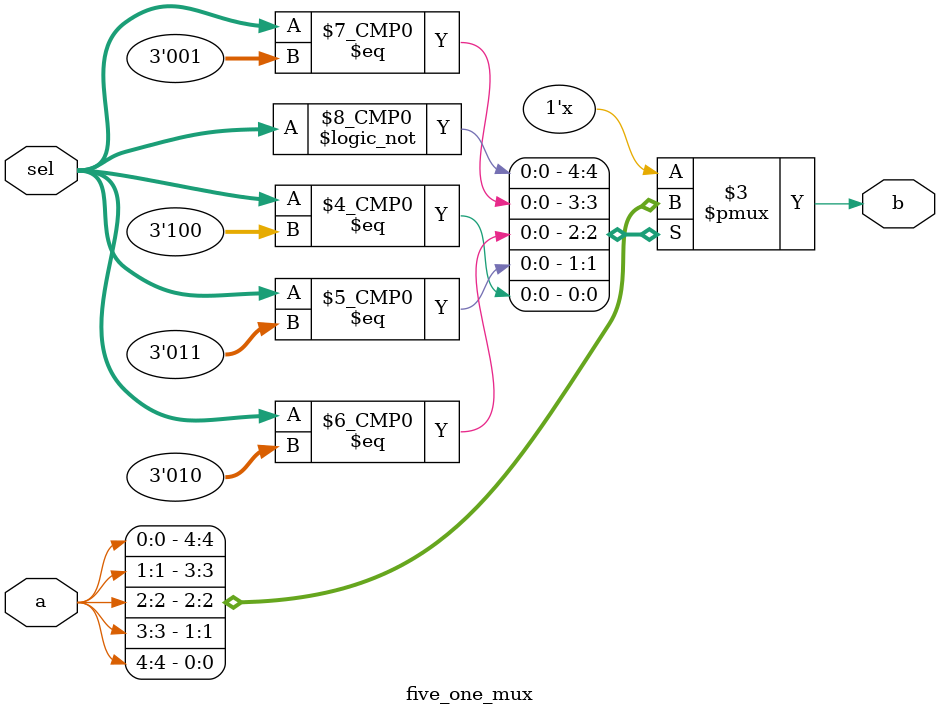
<source format=v>
`timescale 1ns / 1ps

module five_one_mux(
    input [4:0]a,
    input [2:0]sel,
    output reg b
    );
    
    always @(*)
    begin
    case(sel)
    
    3'b000: b=a[0];
    3'b001: b=a[1];
    3'b010: b=a[2];
    3'b011: b=a[3];
    3'b100: b=a[4];
    endcase
    
    end
    
    
    
endmodule

</source>
